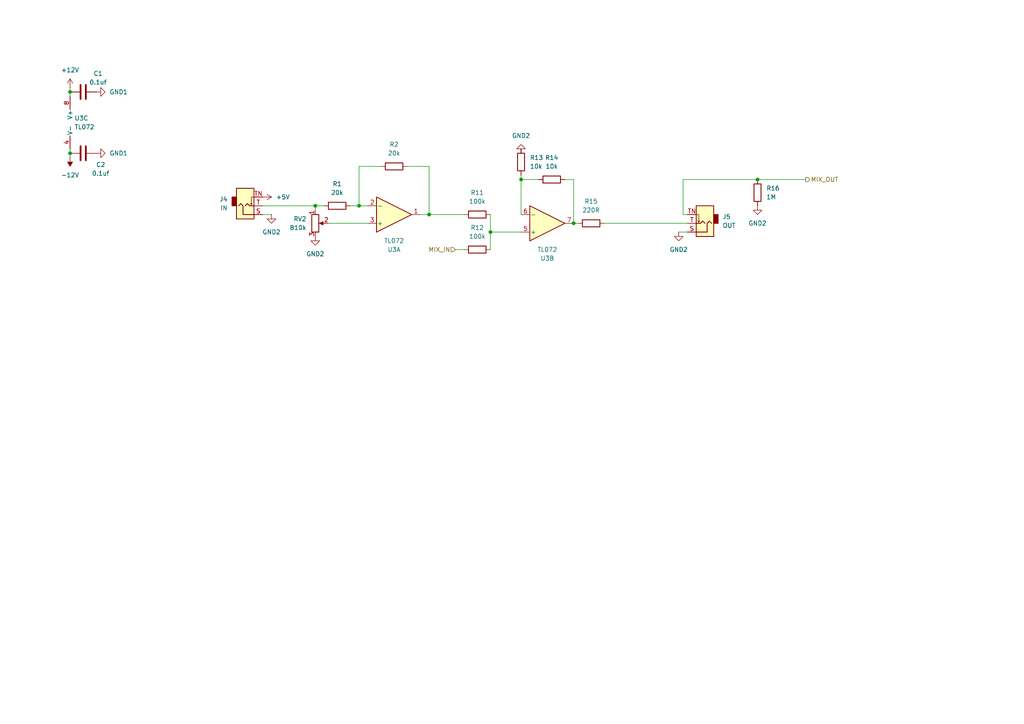
<source format=kicad_sch>
(kicad_sch (version 20231120) (generator "eeschema") (generator_version "8.0")
  (paper "A4")
  (lib_symbols
    (symbol "Connector_Audio:AudioJack2_SwitchT"
      (property "Reference" "J" (at 0 8.89 0))
      (property "Value" "AudioJack2_SwitchT" (at 0 6.35 0))
      (symbol "AudioJack2_SwitchT_0_1"
        (rectangle (start -2.54 0) (end -3.81 -2.54) (stroke (width 0.254)) (fill (type outline)))
        (polyline (pts (xy 1.778 -0.254) (xy 2.032 -0.762)))
        (polyline (pts (xy 0 0) (xy 0.635 -0.635) (xy 1.27 0) (xy 2.54 0)) (stroke (width 0.254)))
        (polyline (pts (xy 2.54 -2.54) (xy 1.778 -2.54) (xy 1.778 -0.254) (xy 1.524 -0.762)))
        (polyline (pts (xy 2.54 2.54) (xy -0.635 2.54) (xy -0.635 0) (xy -1.27 -0.635) (xy -1.905 0)) (stroke (width 0.254)))
        (rectangle (start 2.54 3.81) (end -2.54 -5.08) (stroke (width 0.254)) (fill (type background)))
      )
      (symbol "AudioJack2_SwitchT_1_1"
        (pin passive line (at 5.08 2.54 180) (length 2.54) (name "~") (number "S"))
        (pin passive line (at 5.08 0 180) (length 2.54) (name "~") (number "T"))
        (pin passive line (at 5.08 -2.54 180) (length 2.54) (name "~") (number "TN"))
      )
    )
    (symbol "Device:C" (pin_numbers hide) (pin_names (offset 0.254))
      (property "Reference" "C" (at 0.635 2.54 0))
      (property "Value" "C" (at 0.635 -2.54 0))
      (symbol "C_0_1"
        (polyline (pts (xy -2.032 -0.762) (xy 2.032 -0.762)) (stroke (width 0.508)))
        (polyline (pts (xy -2.032 0.762) (xy 2.032 0.762)) (stroke (width 0.508)))
      )
      (symbol "C_1_1"
        (pin passive line (at 0 3.81 270) (length 2.794) (name "~") (number "1"))
        (pin passive line (at 0 -3.81 90) (length 2.794) (name "~") (number "2"))
      )
    )
    (symbol "KitsBlips:+5V" (power) (pin_numbers hide) (pin_names (offset 0) hide)
      (property "Value" "+5V" (at 0 3.556 0))
      (symbol "+5V_0_1"
        (polyline (pts (xy -0.762 1.27) (xy 0 2.54)))
        (polyline (pts (xy 0 0) (xy 0 2.54)))
        (polyline (pts (xy 0 2.54) (xy 0.762 1.27)))
      )
      (symbol "+5V_1_1"
        (pin power_in line (at 0 0 90) (length 0) (name "~") (number "1"))
      )
    )
    (symbol "KitsBlips:R" (pin_numbers hide) (pin_names (offset 0))
      (property "Reference" "R" (at 2.032 0 90))
      (property "Value" "R" (at 0 0 90))
      (symbol "R_0_1"
        (rectangle (start -1.016 -2.54) (end 1.016 2.54) (stroke (width 0.254)))
      )
      (symbol "R_1_1"
        (pin passive line (at 0 3.81 270) (length 1.27) (name "~") (number "1"))
        (pin passive line (at 0 -3.81 90) (length 1.27) (name "~") (number "2"))
      )
    )
    (symbol "KitsBlips:R_Potentiometer" (pin_names (offset 1.016) hide)
      (property "Reference" "RV" (at -4.445 0 90))
      (property "Value" "R_Potentiometer" (at -2.54 0 90))
      (symbol "R_Potentiometer_0_1"
        (polyline (pts (xy 2.54 0) (xy 1.524 0)))
        (polyline (pts (xy 1.143 0) (xy 2.286 0.508) (xy 2.286 -0.508) (xy 1.143 0)) (fill (type outline)))
        (rectangle (start 1.016 2.54) (end -1.016 -2.54) (stroke (width 0.254)))
      )
      (symbol "R_Potentiometer_1_1"
        (pin passive line (at 0 3.81 270) (length 1.27) (name "1") (number "1"))
        (pin passive line (at 3.81 0 180) (length 1.27) (name "2") (number "2"))
        (pin passive line (at 0 -3.81 90) (length 1.27) (name "3") (number "3"))
      )
    )
    (symbol "KitsBlips:TL072" (pin_names (offset 0.127))
      (property "Reference" "U" (at 0 5.08 0))
      (property "Value" "TL072" (at 0 -5.08 0))
      (symbol "TL072_1_1"
        (polyline (pts (xy -5.08 5.08) (xy 5.08 0) (xy -5.08 -5.08) (xy -5.08 5.08)) (stroke (width 0.254)) (fill (type background)))
        (pin output line (at 7.62 0 180) (length 2.54) (name "~") (number "1"))
        (pin input line (at -7.62 -2.54 0) (length 2.54) (name "-") (number "2"))
        (pin input line (at -7.62 2.54 0) (length 2.54) (name "+") (number "3"))
      )
      (symbol "TL072_2_1"
        (polyline (pts (xy -5.08 5.08) (xy 5.08 0) (xy -5.08 -5.08) (xy -5.08 5.08)) (stroke (width 0.254)) (fill (type background)))
        (pin input line (at -7.62 2.54 0) (length 2.54) (name "+") (number "5"))
        (pin input line (at -7.62 -2.54 0) (length 2.54) (name "-") (number "6"))
        (pin output line (at 7.62 0 180) (length 2.54) (name "~") (number "7"))
      )
      (symbol "TL072_3_1"
        (pin power_in line (at -2.54 -7.62 90) (length 3.81) (name "V-") (number "4"))
        (pin power_in line (at -2.54 7.62 270) (length 3.81) (name "V+") (number "8"))
      )
    )
    (symbol "power:+12V" (power) (pin_numbers hide) (pin_names (offset 0) hide)
      (property "Value" "+12V" (at 0 3.556 0))
      (symbol "+12V_0_1"
        (polyline (pts (xy -0.762 1.27) (xy 0 2.54)))
        (polyline (pts (xy 0 0) (xy 0 2.54)))
        (polyline (pts (xy 0 2.54) (xy 0.762 1.27)))
      )
      (symbol "+12V_1_1"
        (pin power_in line (at 0 0 90) (length 0) (name "~") (number "1"))
      )
    )
    (symbol "power:-12V" (power) (pin_numbers hide) (pin_names (offset 0) hide)
      (property "Value" "-12V" (at 0 3.556 0))
      (symbol "-12V_0_0"
        (pin power_in line (at 0 0 90) (length 0) (name "~") (number "1"))
      )
      (symbol "-12V_0_1"
        (polyline (pts (xy 0 0) (xy 0 1.27) (xy 0.762 1.27) (xy 0 2.54) (xy -0.762 1.27) (xy 0 1.27)) (fill (type outline)))
      )
    )
    (symbol "power:GND1" (power) (pin_numbers hide) (pin_names (offset 0) hide)
      (property "Value" "GND1" (at 0 -3.81 0))
      (symbol "GND1_0_1"
        (polyline (pts (xy 0 0) (xy 0 -1.27) (xy 1.27 -1.27) (xy 0 -2.54) (xy -1.27 -1.27) (xy 0 -1.27)))
      )
      (symbol "GND1_1_1"
        (pin power_in line (at 0 0 270) (length 0) (name "~") (number "1"))
      )
    )
    (symbol "power:GND2" (power) (pin_numbers hide) (pin_names (offset 0) hide)
      (property "Value" "GND2" (at 0 -3.81 0))
      (symbol "GND2_0_1"
        (polyline (pts (xy 0 0) (xy 0 -1.27) (xy 1.27 -1.27) (xy 0 -2.54) (xy -1.27 -1.27) (xy 0 -1.27)))
      )
      (symbol "GND2_1_1"
        (pin power_in line (at 0 0 270) (length 0) (name "~") (number "1"))
      )
    )
  )
  (junction (at 124.46 62.23))
  (junction (at 91.44 59.69))
  (junction (at 142.24 67.31))
  (junction (at 166.37 64.77))
  (junction (at 104.14 59.69))
  (junction (at 20.32 26.67))
  (junction (at 151.13 52.07))
  (junction (at 219.71 52.07))
  (junction (at 20.32 44.45))
  (wire (pts (xy 104.14 59.69) (xy 106.68 59.69)))
  (wire (pts (xy 142.24 62.23) (xy 142.24 67.31)))
  (wire (pts (xy 110.49 48.26) (xy 104.14 48.26)))
  (wire (pts (xy 76.2 59.69) (xy 91.44 59.69)))
  (wire (pts (xy 175.26 64.77) (xy 199.39 64.77)))
  (wire (pts (xy 91.44 59.69) (xy 91.44 60.96)))
  (wire (pts (xy 95.25 64.77) (xy 106.68 64.77)))
  (wire (pts (xy 198.12 52.07) (xy 219.71 52.07)))
  (wire (pts (xy 124.46 62.23) (xy 134.62 62.23)))
  (wire (pts (xy 166.37 52.07) (xy 163.83 52.07)))
  (wire (pts (xy 20.32 45.72) (xy 20.32 44.45)))
  (wire (pts (xy 142.24 67.31) (xy 151.13 67.31)))
  (wire (pts (xy 76.2 62.23) (xy 78.74 62.23)))
  (wire (pts (xy 219.71 52.07) (xy 233.68 52.07)))
  (wire (pts (xy 132.08 72.39) (xy 134.62 72.39)))
  (wire (pts (xy 101.6 59.69) (xy 104.14 59.69)))
  (wire (pts (xy 142.24 67.31) (xy 142.24 72.39)))
  (wire (pts (xy 166.37 64.77) (xy 166.37 52.07)))
  (wire (pts (xy 121.92 62.23) (xy 124.46 62.23)))
  (wire (pts (xy 93.98 59.69) (xy 91.44 59.69)))
  (wire (pts (xy 20.32 26.67) (xy 20.32 27.94)))
  (wire (pts (xy 20.32 25.4) (xy 20.32 26.67)))
  (wire (pts (xy 104.14 48.26) (xy 104.14 59.69)))
  (wire (pts (xy 198.12 52.07) (xy 198.12 62.23)))
  (wire (pts (xy 167.64 64.77) (xy 166.37 64.77)))
  (wire (pts (xy 199.39 67.31) (xy 196.85 67.31)))
  (wire (pts (xy 151.13 52.07) (xy 156.21 52.07)))
  (wire (pts (xy 199.39 62.23) (xy 198.12 62.23)))
  (wire (pts (xy 124.46 48.26) (xy 124.46 62.23)))
  (wire (pts (xy 151.13 50.8) (xy 151.13 52.07)))
  (wire (pts (xy 151.13 52.07) (xy 151.13 62.23)))
  (wire (pts (xy 20.32 44.45) (xy 20.32 43.18)))
  (wire (pts (xy 118.11 48.26) (xy 124.46 48.26)))
  (wire (pts (xy 151.13 43.18) (xy 151.13 44.45)))
  (hierarchical_label "MIX_OUT" (shape output) (at 233.68 52.07 0))
  (hierarchical_label "MIX_IN" (shape input) (at 132.08 72.39 180))
  (symbol (lib_id "power:GND2") (at 219.71 59.69 0) (unit 1)
    (property "Reference" "#PWR032" (effects (hide yes)))
    (property "Value" "GND2" (at 219.71 64.77 0))
    (property "Description" "Power symbol creates a global label with name \"GND2\" , ground" (effects (hide yes)))
    (instances (project "4knobs.circuitjs" (path "" (reference "#PWR030") (unit 1)) (path "" (reference "#PWR032") (unit 1))))
  )
  (symbol (lib_id "power:-12V") (at 20.32 45.72 180) (unit 1)
    (property "Reference" "#PWR022" (effects (hide yes)))
    (property "Value" "-12V" (at 20.32 50.8 0))
    (property "Description" "Power symbol creates a global label with name \"-12V\"" (effects (hide yes)))
    (instances (project "4knobs.circuitjs" (path "" (reference "#PWR05") (unit 1)) (path "" (reference "#PWR022") (unit 1))))
  )
  (symbol (lib_id "KitsBlips:R") (at 97.79 59.69 270) (unit 1)
    (property "Reference" "R3" (at 97.79 53.34 90))
    (property "Value" "20k" (at 97.79 55.88 90))
    (property "Footprint" "Resistor_SMD:R_0603_1608Metric_Pad0.98x0.95mm_HandSolder" (effects (hide yes)))
    (property "Description" "Resistor" (effects (hide yes)))
    (instances (project "4knobs.circuitjs" (path "" (reference "R1") (unit 1)) (path "" (reference "R3") (unit 1))))
  )
  (symbol (lib_id "power:GND2") (at 78.74 62.23 0) (unit 1)
    (property "Reference" "#PWR026" (effects (hide yes)))
    (property "Value" "GND2" (at 78.74 67.31 0))
    (property "Description" "Power symbol creates a global label with name \"GND2\" , ground" (effects (hide yes)))
    (instances (project "4knobs.circuitjs" (path "" (reference "#PWR09") (unit 1)) (path "" (reference "#PWR026") (unit 1))))
  )
  (symbol (lib_id "power:GND1") (at 27.94 26.67 90) (unit 1)
    (property "Reference" "#PWR023" (effects (hide yes)))
    (property "Value" "GND1" (at 31.75 26.6699 90) (effects (justify right)))
    (property "Description" "Power symbol creates a global label with name \"GND1\" , ground" (effects (hide yes)))
    (instances (project "4knobs.circuitjs" (path "" (reference "#PWR06") (unit 1)) (path "" (reference "#PWR023") (unit 1))))
  )
  (symbol (lib_id "Connector_Audio:AudioJack2_SwitchT") (at 71.12 59.69 0) (mirror x) (unit 1)
    (property "Reference" "J2" (at 66.04 57.7849 0) (effects (justify right)))
    (property "Value" "IN" (at 66.04 60.3249 0) (effects (justify right)))
    (property "Footprint" "KitsBlips:Jack_3.5mm_QingPu_WQP-PJ398SM_Vertical_CircularHoles" (effects (hide yes)))
    (property "Description" "Audio Jack, 2 Poles (Mono / TS), Switched T Pole (Normalling)" (effects (hide yes)))
    (instances (project "4knobs.circuitjs" (path "" (reference "J4") (unit 1)) (path "" (reference "J2") (unit 1))))
  )
  (symbol (lib_id "KitsBlips:R") (at 171.45 64.77 90) (unit 1)
    (property "Reference" "R9" (at 171.45 58.42 90))
    (property "Value" "220R" (at 171.45 60.96 90))
    (property "Footprint" "Resistor_SMD:R_0603_1608Metric_Pad0.98x0.95mm_HandSolder" (effects (hide yes)))
    (property "Description" "Resistor" (effects (hide yes)))
    (instances (project "4knobs.circuitjs" (path "" (reference "R15") (unit 1)) (path "" (reference "R9") (unit 1))))
  )
  (symbol (lib_id "KitsBlips:R") (at 160.02 52.07 270) (unit 1)
    (property "Reference" "R8" (at 160.02 45.72 90))
    (property "Value" "10k" (at 160.02 48.26 90))
    (property "Footprint" "Resistor_SMD:R_0603_1608Metric_Pad0.98x0.95mm_HandSolder" (effects (hide yes)))
    (property "Description" "Resistor" (effects (hide yes)))
    (instances (project "4knobs.circuitjs" (path "" (reference "R14") (unit 1)) (path "" (reference "R8") (unit 1))))
  )
  (symbol (lib_id "power:GND2") (at 91.44 68.58 0) (unit 1)
    (property "Reference" "#PWR027" (effects (hide yes)))
    (property "Value" "GND2" (at 91.44 73.66 0))
    (property "Description" "Power symbol creates a global label with name \"GND2\" , ground" (effects (hide yes)))
    (instances (project "4knobs.circuitjs" (path "" (reference "#PWR012") (unit 1)) (path "" (reference "#PWR027") (unit 1))))
  )
  (symbol (lib_id "KitsBlips:R") (at 138.43 72.39 270) (unit 1)
    (property "Reference" "R6" (at 138.43 66.04 90))
    (property "Value" "100k" (at 138.43 68.58 90))
    (property "Footprint" "Resistor_SMD:R_0603_1608Metric_Pad0.98x0.95mm_HandSolder" (effects (hide yes)))
    (property "Description" "Resistor" (effects (hide yes)))
    (instances (project "4knobs.circuitjs" (path "" (reference "R12") (unit 1)) (path "" (reference "R6") (unit 1))))
  )
  (symbol (lib_id "power:GND2") (at 196.85 67.31 0) (unit 1)
    (property "Reference" "#PWR031" (effects (hide yes)))
    (property "Value" "GND2" (at 196.85 72.39 0))
    (property "Description" "Power symbol creates a global label with name \"GND2\" , ground" (effects (hide yes)))
    (instances (project "4knobs.circuitjs" (path "" (reference "#PWR029") (unit 1)) (path "" (reference "#PWR031") (unit 1))))
  )
  (symbol (lib_id "KitsBlips:+5V") (at 76.2 57.15 270) (unit 1)
    (property "Reference" "#PWR025" (effects (hide yes)))
    (property "Value" "+5V" (at 80.01 57.1499 90) (effects (justify left)))
    (property "Description" "Power symbol creates a global label with name \"+5V\"" (effects (hide yes)))
    (instances (project "4knobs.circuitjs" (path "" (reference "#PWR08") (unit 1)) (path "" (reference "#PWR025") (unit 1))))
  )
  (symbol (lib_id "KitsBlips:TL072") (at 114.3 62.23 0) (mirror x) (unit 1)
    (property "Reference" "U1" (at 114.3 72.39 0))
    (property "Value" "TL072" (at 114.3 69.85 0))
    (property "Footprint" "Package_SO:SOIC-8_3.9x4.9mm_P1.27mm" (effects (hide yes)))
    (property "Datasheet" "http://www.ti.com/lit/ds/symlink/tl071.pdf" (effects (hide yes)))
    (property "Description" "Dual Low-Noise JFET-Input Operational Amplifiers, DIP-8/SOIC-8" (effects (hide yes)))
    (instances (project "4knobs.circuitjs" (path "" (reference "U3") (unit 1)) (path "" (reference "U1") (unit 1))))
  )
  (symbol (lib_id "KitsBlips:R") (at 114.3 48.26 270) (unit 1)
    (property "Reference" "R4" (at 114.3 41.91 90))
    (property "Value" "20k" (at 114.3 44.45 90))
    (property "Footprint" "Resistor_SMD:R_0603_1608Metric_Pad0.98x0.95mm_HandSolder" (effects (hide yes)))
    (property "Description" "Resistor" (effects (hide yes)))
    (instances (project "4knobs.circuitjs" (path "" (reference "R2") (unit 1)) (path "" (reference "R4") (unit 1))))
  )
  (symbol (lib_id "KitsBlips:R") (at 219.71 55.88 180) (unit 1)
    (property "Reference" "R10" (at 222.25 54.6099 0) (effects (justify right)))
    (property "Value" "1M" (at 222.25 57.1499 0) (effects (justify right)))
    (property "Footprint" "Resistor_SMD:R_0603_1608Metric_Pad0.98x0.95mm_HandSolder" (effects (hide yes)))
    (property "Description" "Resistor" (effects (hide yes)))
    (instances (project "4knobs.circuitjs" (path "" (reference "R16") (unit 1)) (path "" (reference "R10") (unit 1))))
  )
  (symbol (lib_id "KitsBlips:R") (at 151.13 46.99 180) (unit 1)
    (property "Reference" "R7" (at 153.67 45.7199 0) (effects (justify right)))
    (property "Value" "10k" (at 153.67 48.2599 0) (effects (justify right)))
    (property "Footprint" "Resistor_SMD:R_0603_1608Metric_Pad0.98x0.95mm_HandSolder" (effects (hide yes)))
    (property "Description" "Resistor" (effects (hide yes)))
    (instances (project "4knobs.circuitjs" (path "" (reference "R13") (unit 1)) (path "" (reference "R7") (unit 1))))
  )
  (symbol (lib_id "KitsBlips:R") (at 138.43 62.23 270) (unit 1)
    (property "Reference" "R5" (at 138.43 55.88 90))
    (property "Value" "100k" (at 138.43 58.42 90))
    (property "Footprint" "Resistor_SMD:R_0603_1608Metric_Pad0.98x0.95mm_HandSolder" (effects (hide yes)))
    (property "Description" "Resistor" (effects (hide yes)))
    (instances (project "4knobs.circuitjs" (path "" (reference "R11") (unit 1)) (path "" (reference "R5") (unit 1))))
  )
  (symbol (lib_id "power:GND1") (at 27.94 44.45 90) (unit 1)
    (property "Reference" "#PWR024" (effects (hide yes)))
    (property "Value" "GND1" (at 31.75 44.4499 90) (effects (justify right)))
    (property "Description" "Power symbol creates a global label with name \"GND1\" , ground" (effects (hide yes)))
    (instances (project "4knobs.circuitjs" (path "" (reference "#PWR07") (unit 1)) (path "" (reference "#PWR024") (unit 1))))
  )
  (symbol (lib_id "Device:C") (at 24.13 44.45 90) (unit 1)
    (property "Reference" "C8" (at 29.21 47.752 90))
    (property "Value" "0.1uf" (at 29.21 50.292 90))
    (property "Footprint" "Capacitor_SMD:C_0603_1608Metric_Pad1.08x0.95mm_HandSolder" (effects (hide yes)))
    (property "Description" "Unpolarized capacitor" (effects (hide yes)))
    (instances (project "4knobs.circuitjs" (path "" (reference "C2") (unit 1)) (path "" (reference "C8") (unit 1))))
  )
  (symbol (lib_id "Connector_Audio:AudioJack2_SwitchT") (at 204.47 64.77 180) (unit 1)
    (property "Reference" "J3" (at 209.55 62.8649 0) (effects (justify right)))
    (property "Value" "OUT" (at 209.55 65.4049 0) (effects (justify right)))
    (property "Footprint" "KitsBlips:Jack_3.5mm_QingPu_WQP-PJ398SM_Vertical_CircularHoles" (effects (hide yes)))
    (property "Description" "Audio Jack, 2 Poles (Mono / TS), Switched T Pole (Normalling)" (effects (hide yes)))
    (instances (project "4knobs.circuitjs" (path "" (reference "J5") (unit 1)) (path "" (reference "J3") (unit 1))))
  )
  (symbol (lib_id "power:GND2") (at 151.13 44.45 180) (unit 1)
    (property "Reference" "#PWR028" (effects (hide yes)))
    (property "Value" "GND2" (at 151.13 39.37 0))
    (property "Description" "Power symbol creates a global label with name \"GND2\" , ground" (effects (hide yes)))
    (instances (project "4knobs.circuitjs" (path "" (reference "#PWR014") (unit 1)) (path "" (reference "#PWR028") (unit 1))))
  )
  (symbol (lib_id "KitsBlips:R_Potentiometer") (at 91.44 64.77 0) (unit 1)
    (property "Reference" "RV1" (at 88.9 63.4999 0) (effects (justify right)))
    (property "Value" "B10k" (at 88.9 66.0399 0) (effects (justify right)))
    (property "Footprint" "KitsBlips:Potentiometer_Alpha_RD901F-40-00D_Single_Vertical" (effects (hide yes)))
    (property "Description" "Potentiometer" (effects (hide yes)))
    (instances (project "4knobs.circuitjs" (path "" (reference "RV2") (unit 1)) (path "" (reference "RV1") (unit 1))))
  )
  (symbol (lib_id "KitsBlips:TL072") (at 158.75 64.77 0) (mirror x) (unit 2)
    (property "Reference" "U1" (at 158.75 74.93 0))
    (property "Value" "TL072" (at 158.75 72.39 0))
    (property "Footprint" "Package_SO:SOIC-8_3.9x4.9mm_P1.27mm" (effects (hide yes)))
    (property "Datasheet" "http://www.ti.com/lit/ds/symlink/tl071.pdf" (effects (hide yes)))
    (property "Description" "Dual Low-Noise JFET-Input Operational Amplifiers, DIP-8/SOIC-8" (effects (hide yes)))
    (instances (project "4knobs.circuitjs" (path "" (reference "U3") (unit 2)) (path "" (reference "U1") (unit 2))))
  )
  (symbol (lib_id "KitsBlips:TL072") (at 22.86 35.56 0) (unit 3)
    (property "Reference" "U1" (at 21.59 34.2899 0) (effects (justify left)))
    (property "Value" "TL072" (at 21.59 36.8299 0) (effects (justify left)))
    (property "Footprint" "Package_SO:SOIC-8_3.9x4.9mm_P1.27mm" (effects (hide yes)))
    (property "Datasheet" "http://www.ti.com/lit/ds/symlink/tl071.pdf" (effects (hide yes)))
    (property "Description" "Dual Low-Noise JFET-Input Operational Amplifiers, DIP-8/SOIC-8" (effects (hide yes)))
    (instances (project "4knobs.circuitjs" (path "" (reference "U3") (unit 3)) (path "" (reference "U1") (unit 3))))
  )
  (symbol (lib_id "Device:C") (at 24.13 26.67 90) (unit 1)
    (property "Reference" "C7" (at 28.448 21.336 90))
    (property "Value" "0.1uf" (at 28.448 23.876 90))
    (property "Footprint" "Capacitor_SMD:C_0603_1608Metric_Pad1.08x0.95mm_HandSolder" (effects (hide yes)))
    (property "Description" "Unpolarized capacitor" (effects (hide yes)))
    (instances (project "4knobs.circuitjs" (path "" (reference "C1") (unit 1)) (path "" (reference "C7") (unit 1))))
  )
  (symbol (lib_id "power:+12V") (at 20.32 25.4 0) (unit 1)
    (property "Reference" "#PWR021" (effects (hide yes)))
    (property "Value" "+12V" (at 20.32 20.32 0))
    (property "Description" "Power symbol creates a global label with name \"+12V\"" (effects (hide yes)))
    (instances (project "4knobs.circuitjs" (path "" (reference "#PWR03") (unit 1)) (path "" (reference "#PWR021") (unit 1))))
  )
)
</source>
